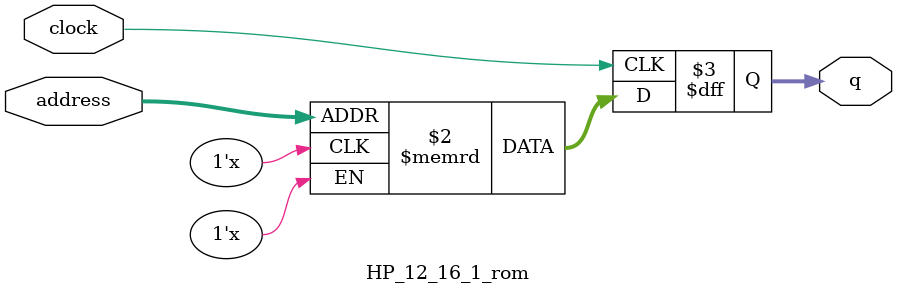
<source format=sv>
module HP_12_16_1_rom (
	input logic clock,
	input logic [7:0] address,
	output logic [1:0] q
);

logic [1:0] memory [0:191] /* synthesis ram_init_file = "./HP_12_16_1/HP_12_16_1.mif" */;

always_ff @ (posedge clock) begin
	q <= memory[address];
end

endmodule

</source>
